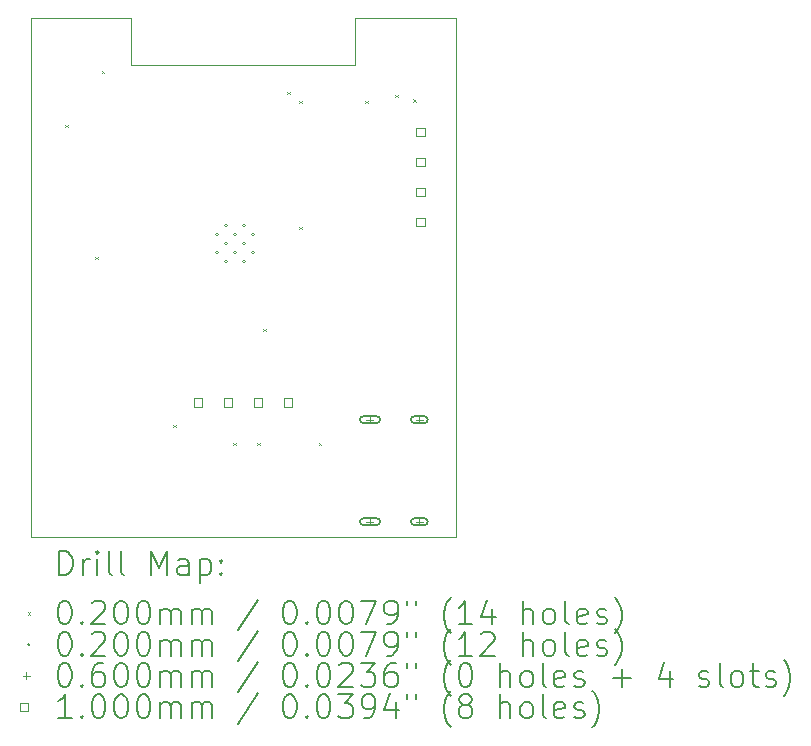
<source format=gbr>
%TF.GenerationSoftware,KiCad,Pcbnew,7.0.1-3b83917a11~172~ubuntu22.04.1*%
%TF.CreationDate,2023-04-18T10:02:11+02:00*%
%TF.ProjectId,part2,70617274-322e-46b6-9963-61645f706362,rev?*%
%TF.SameCoordinates,Original*%
%TF.FileFunction,Drillmap*%
%TF.FilePolarity,Positive*%
%FSLAX45Y45*%
G04 Gerber Fmt 4.5, Leading zero omitted, Abs format (unit mm)*
G04 Created by KiCad (PCBNEW 7.0.1-3b83917a11~172~ubuntu22.04.1) date 2023-04-18 10:02:11*
%MOMM*%
%LPD*%
G01*
G04 APERTURE LIST*
%ADD10C,0.100000*%
%ADD11C,0.200000*%
%ADD12C,0.020000*%
%ADD13C,0.060000*%
G04 APERTURE END LIST*
D10*
X12478200Y-7817400D02*
X13328200Y-7817400D01*
X13328200Y-7817400D02*
X13328200Y-8217400D01*
X16078200Y-12217400D02*
X16078200Y-7817400D01*
X13328200Y-8217400D02*
X15228200Y-8217400D01*
X12478200Y-7817400D02*
X12478200Y-12217400D01*
X15228200Y-7817400D02*
X16078200Y-7817400D01*
X15228200Y-8217400D02*
X15228200Y-7817400D01*
X12478200Y-12217400D02*
X16078200Y-12217400D01*
D11*
D12*
X12773000Y-8721800D02*
X12793000Y-8741800D01*
X12793000Y-8721800D02*
X12773000Y-8741800D01*
X13027000Y-9839400D02*
X13047000Y-9859400D01*
X13047000Y-9839400D02*
X13027000Y-9859400D01*
X13081150Y-8264600D02*
X13101150Y-8284600D01*
X13101150Y-8264600D02*
X13081150Y-8284600D01*
X13687400Y-11261800D02*
X13707400Y-11281800D01*
X13707400Y-11261800D02*
X13687400Y-11281800D01*
X14195400Y-11414200D02*
X14215400Y-11434200D01*
X14215400Y-11414200D02*
X14195400Y-11434200D01*
X14398600Y-11414200D02*
X14418600Y-11434200D01*
X14418600Y-11414200D02*
X14398600Y-11434200D01*
X14449400Y-10449000D02*
X14469400Y-10469000D01*
X14469400Y-10449000D02*
X14449400Y-10469000D01*
X14652600Y-8446150D02*
X14672600Y-8466150D01*
X14672600Y-8446150D02*
X14652600Y-8466150D01*
X14754200Y-8518600D02*
X14774200Y-8538600D01*
X14774200Y-8518600D02*
X14754200Y-8538600D01*
X14754200Y-9585400D02*
X14774200Y-9605400D01*
X14774200Y-9585400D02*
X14754200Y-9605400D01*
X14920357Y-11414250D02*
X14940357Y-11434250D01*
X14940357Y-11414250D02*
X14920357Y-11434250D01*
X15313000Y-8518600D02*
X15333000Y-8538600D01*
X15333000Y-8518600D02*
X15313000Y-8538600D01*
X15567000Y-8467800D02*
X15587000Y-8487800D01*
X15587000Y-8467800D02*
X15567000Y-8487800D01*
X15719400Y-8506950D02*
X15739400Y-8526950D01*
X15739400Y-8506950D02*
X15719400Y-8526950D01*
X14067050Y-9653750D02*
G75*
G03*
X14067050Y-9653750I-10000J0D01*
G01*
X14067050Y-9806250D02*
G75*
G03*
X14067050Y-9806250I-10000J0D01*
G01*
X14143300Y-9577500D02*
G75*
G03*
X14143300Y-9577500I-10000J0D01*
G01*
X14143300Y-9730000D02*
G75*
G03*
X14143300Y-9730000I-10000J0D01*
G01*
X14143300Y-9882500D02*
G75*
G03*
X14143300Y-9882500I-10000J0D01*
G01*
X14219550Y-9653750D02*
G75*
G03*
X14219550Y-9653750I-10000J0D01*
G01*
X14219550Y-9806250D02*
G75*
G03*
X14219550Y-9806250I-10000J0D01*
G01*
X14295800Y-9577500D02*
G75*
G03*
X14295800Y-9577500I-10000J0D01*
G01*
X14295800Y-9730000D02*
G75*
G03*
X14295800Y-9730000I-10000J0D01*
G01*
X14295800Y-9882500D02*
G75*
G03*
X14295800Y-9882500I-10000J0D01*
G01*
X14372050Y-9653750D02*
G75*
G03*
X14372050Y-9653750I-10000J0D01*
G01*
X14372050Y-9806250D02*
G75*
G03*
X14372050Y-9806250I-10000J0D01*
G01*
D13*
X15351550Y-11190600D02*
X15351550Y-11250600D01*
X15321550Y-11220600D02*
X15381550Y-11220600D01*
D11*
X15296550Y-11250600D02*
X15406550Y-11250600D01*
X15406550Y-11250600D02*
G75*
G03*
X15406550Y-11190600I0J30000D01*
G01*
X15406550Y-11190600D02*
X15296550Y-11190600D01*
X15296550Y-11190600D02*
G75*
G03*
X15296550Y-11250600I0J-30000D01*
G01*
D13*
X15351550Y-12054600D02*
X15351550Y-12114600D01*
X15321550Y-12084600D02*
X15381550Y-12084600D01*
D11*
X15296550Y-12114600D02*
X15406550Y-12114600D01*
X15406550Y-12114600D02*
G75*
G03*
X15406550Y-12054600I0J30000D01*
G01*
X15406550Y-12054600D02*
X15296550Y-12054600D01*
X15296550Y-12054600D02*
G75*
G03*
X15296550Y-12114600I0J-30000D01*
G01*
D13*
X15769550Y-11190600D02*
X15769550Y-11250600D01*
X15739550Y-11220600D02*
X15799550Y-11220600D01*
D11*
X15729550Y-11250600D02*
X15809550Y-11250600D01*
X15809550Y-11250600D02*
G75*
G03*
X15809550Y-11190600I0J30000D01*
G01*
X15809550Y-11190600D02*
X15729550Y-11190600D01*
X15729550Y-11190600D02*
G75*
G03*
X15729550Y-11250600I0J-30000D01*
G01*
D13*
X15769550Y-12054600D02*
X15769550Y-12114600D01*
X15739550Y-12084600D02*
X15799550Y-12084600D01*
D11*
X15729550Y-12114600D02*
X15809550Y-12114600D01*
X15809550Y-12114600D02*
G75*
G03*
X15809550Y-12054600I0J30000D01*
G01*
X15809550Y-12054600D02*
X15729550Y-12054600D01*
X15729550Y-12054600D02*
G75*
G03*
X15729550Y-12114600I0J-30000D01*
G01*
D10*
X13932906Y-11109556D02*
X13932906Y-11038844D01*
X13862194Y-11038844D01*
X13862194Y-11109556D01*
X13932906Y-11109556D01*
X14186906Y-11109556D02*
X14186906Y-11038844D01*
X14116194Y-11038844D01*
X14116194Y-11109556D01*
X14186906Y-11109556D01*
X14440906Y-11109556D02*
X14440906Y-11038844D01*
X14370194Y-11038844D01*
X14370194Y-11109556D01*
X14440906Y-11109556D01*
X14694906Y-11109556D02*
X14694906Y-11038844D01*
X14624194Y-11038844D01*
X14624194Y-11109556D01*
X14694906Y-11109556D01*
X15815556Y-8817956D02*
X15815556Y-8747244D01*
X15744844Y-8747244D01*
X15744844Y-8817956D01*
X15815556Y-8817956D01*
X15815556Y-9071956D02*
X15815556Y-9001244D01*
X15744844Y-9001244D01*
X15744844Y-9071956D01*
X15815556Y-9071956D01*
X15815556Y-9325956D02*
X15815556Y-9255244D01*
X15744844Y-9255244D01*
X15744844Y-9325956D01*
X15815556Y-9325956D01*
X15815556Y-9579956D02*
X15815556Y-9509244D01*
X15744844Y-9509244D01*
X15744844Y-9579956D01*
X15815556Y-9579956D01*
D11*
X12720819Y-12534924D02*
X12720819Y-12334924D01*
X12720819Y-12334924D02*
X12768438Y-12334924D01*
X12768438Y-12334924D02*
X12797009Y-12344448D01*
X12797009Y-12344448D02*
X12816057Y-12363495D01*
X12816057Y-12363495D02*
X12825581Y-12382543D01*
X12825581Y-12382543D02*
X12835105Y-12420638D01*
X12835105Y-12420638D02*
X12835105Y-12449209D01*
X12835105Y-12449209D02*
X12825581Y-12487305D01*
X12825581Y-12487305D02*
X12816057Y-12506352D01*
X12816057Y-12506352D02*
X12797009Y-12525400D01*
X12797009Y-12525400D02*
X12768438Y-12534924D01*
X12768438Y-12534924D02*
X12720819Y-12534924D01*
X12920819Y-12534924D02*
X12920819Y-12401590D01*
X12920819Y-12439686D02*
X12930343Y-12420638D01*
X12930343Y-12420638D02*
X12939867Y-12411114D01*
X12939867Y-12411114D02*
X12958914Y-12401590D01*
X12958914Y-12401590D02*
X12977962Y-12401590D01*
X13044628Y-12534924D02*
X13044628Y-12401590D01*
X13044628Y-12334924D02*
X13035105Y-12344448D01*
X13035105Y-12344448D02*
X13044628Y-12353971D01*
X13044628Y-12353971D02*
X13054152Y-12344448D01*
X13054152Y-12344448D02*
X13044628Y-12334924D01*
X13044628Y-12334924D02*
X13044628Y-12353971D01*
X13168438Y-12534924D02*
X13149390Y-12525400D01*
X13149390Y-12525400D02*
X13139867Y-12506352D01*
X13139867Y-12506352D02*
X13139867Y-12334924D01*
X13273200Y-12534924D02*
X13254152Y-12525400D01*
X13254152Y-12525400D02*
X13244628Y-12506352D01*
X13244628Y-12506352D02*
X13244628Y-12334924D01*
X13501771Y-12534924D02*
X13501771Y-12334924D01*
X13501771Y-12334924D02*
X13568438Y-12477781D01*
X13568438Y-12477781D02*
X13635105Y-12334924D01*
X13635105Y-12334924D02*
X13635105Y-12534924D01*
X13816057Y-12534924D02*
X13816057Y-12430162D01*
X13816057Y-12430162D02*
X13806533Y-12411114D01*
X13806533Y-12411114D02*
X13787486Y-12401590D01*
X13787486Y-12401590D02*
X13749390Y-12401590D01*
X13749390Y-12401590D02*
X13730343Y-12411114D01*
X13816057Y-12525400D02*
X13797009Y-12534924D01*
X13797009Y-12534924D02*
X13749390Y-12534924D01*
X13749390Y-12534924D02*
X13730343Y-12525400D01*
X13730343Y-12525400D02*
X13720819Y-12506352D01*
X13720819Y-12506352D02*
X13720819Y-12487305D01*
X13720819Y-12487305D02*
X13730343Y-12468257D01*
X13730343Y-12468257D02*
X13749390Y-12458733D01*
X13749390Y-12458733D02*
X13797009Y-12458733D01*
X13797009Y-12458733D02*
X13816057Y-12449209D01*
X13911295Y-12401590D02*
X13911295Y-12601590D01*
X13911295Y-12411114D02*
X13930343Y-12401590D01*
X13930343Y-12401590D02*
X13968438Y-12401590D01*
X13968438Y-12401590D02*
X13987486Y-12411114D01*
X13987486Y-12411114D02*
X13997009Y-12420638D01*
X13997009Y-12420638D02*
X14006533Y-12439686D01*
X14006533Y-12439686D02*
X14006533Y-12496828D01*
X14006533Y-12496828D02*
X13997009Y-12515876D01*
X13997009Y-12515876D02*
X13987486Y-12525400D01*
X13987486Y-12525400D02*
X13968438Y-12534924D01*
X13968438Y-12534924D02*
X13930343Y-12534924D01*
X13930343Y-12534924D02*
X13911295Y-12525400D01*
X14092248Y-12515876D02*
X14101771Y-12525400D01*
X14101771Y-12525400D02*
X14092248Y-12534924D01*
X14092248Y-12534924D02*
X14082724Y-12525400D01*
X14082724Y-12525400D02*
X14092248Y-12515876D01*
X14092248Y-12515876D02*
X14092248Y-12534924D01*
X14092248Y-12411114D02*
X14101771Y-12420638D01*
X14101771Y-12420638D02*
X14092248Y-12430162D01*
X14092248Y-12430162D02*
X14082724Y-12420638D01*
X14082724Y-12420638D02*
X14092248Y-12411114D01*
X14092248Y-12411114D02*
X14092248Y-12430162D01*
D12*
X12453200Y-12852400D02*
X12473200Y-12872400D01*
X12473200Y-12852400D02*
X12453200Y-12872400D01*
D11*
X12758914Y-12754924D02*
X12777962Y-12754924D01*
X12777962Y-12754924D02*
X12797009Y-12764448D01*
X12797009Y-12764448D02*
X12806533Y-12773971D01*
X12806533Y-12773971D02*
X12816057Y-12793019D01*
X12816057Y-12793019D02*
X12825581Y-12831114D01*
X12825581Y-12831114D02*
X12825581Y-12878733D01*
X12825581Y-12878733D02*
X12816057Y-12916828D01*
X12816057Y-12916828D02*
X12806533Y-12935876D01*
X12806533Y-12935876D02*
X12797009Y-12945400D01*
X12797009Y-12945400D02*
X12777962Y-12954924D01*
X12777962Y-12954924D02*
X12758914Y-12954924D01*
X12758914Y-12954924D02*
X12739867Y-12945400D01*
X12739867Y-12945400D02*
X12730343Y-12935876D01*
X12730343Y-12935876D02*
X12720819Y-12916828D01*
X12720819Y-12916828D02*
X12711295Y-12878733D01*
X12711295Y-12878733D02*
X12711295Y-12831114D01*
X12711295Y-12831114D02*
X12720819Y-12793019D01*
X12720819Y-12793019D02*
X12730343Y-12773971D01*
X12730343Y-12773971D02*
X12739867Y-12764448D01*
X12739867Y-12764448D02*
X12758914Y-12754924D01*
X12911295Y-12935876D02*
X12920819Y-12945400D01*
X12920819Y-12945400D02*
X12911295Y-12954924D01*
X12911295Y-12954924D02*
X12901771Y-12945400D01*
X12901771Y-12945400D02*
X12911295Y-12935876D01*
X12911295Y-12935876D02*
X12911295Y-12954924D01*
X12997009Y-12773971D02*
X13006533Y-12764448D01*
X13006533Y-12764448D02*
X13025581Y-12754924D01*
X13025581Y-12754924D02*
X13073200Y-12754924D01*
X13073200Y-12754924D02*
X13092248Y-12764448D01*
X13092248Y-12764448D02*
X13101771Y-12773971D01*
X13101771Y-12773971D02*
X13111295Y-12793019D01*
X13111295Y-12793019D02*
X13111295Y-12812067D01*
X13111295Y-12812067D02*
X13101771Y-12840638D01*
X13101771Y-12840638D02*
X12987486Y-12954924D01*
X12987486Y-12954924D02*
X13111295Y-12954924D01*
X13235105Y-12754924D02*
X13254152Y-12754924D01*
X13254152Y-12754924D02*
X13273200Y-12764448D01*
X13273200Y-12764448D02*
X13282724Y-12773971D01*
X13282724Y-12773971D02*
X13292248Y-12793019D01*
X13292248Y-12793019D02*
X13301771Y-12831114D01*
X13301771Y-12831114D02*
X13301771Y-12878733D01*
X13301771Y-12878733D02*
X13292248Y-12916828D01*
X13292248Y-12916828D02*
X13282724Y-12935876D01*
X13282724Y-12935876D02*
X13273200Y-12945400D01*
X13273200Y-12945400D02*
X13254152Y-12954924D01*
X13254152Y-12954924D02*
X13235105Y-12954924D01*
X13235105Y-12954924D02*
X13216057Y-12945400D01*
X13216057Y-12945400D02*
X13206533Y-12935876D01*
X13206533Y-12935876D02*
X13197009Y-12916828D01*
X13197009Y-12916828D02*
X13187486Y-12878733D01*
X13187486Y-12878733D02*
X13187486Y-12831114D01*
X13187486Y-12831114D02*
X13197009Y-12793019D01*
X13197009Y-12793019D02*
X13206533Y-12773971D01*
X13206533Y-12773971D02*
X13216057Y-12764448D01*
X13216057Y-12764448D02*
X13235105Y-12754924D01*
X13425581Y-12754924D02*
X13444629Y-12754924D01*
X13444629Y-12754924D02*
X13463676Y-12764448D01*
X13463676Y-12764448D02*
X13473200Y-12773971D01*
X13473200Y-12773971D02*
X13482724Y-12793019D01*
X13482724Y-12793019D02*
X13492248Y-12831114D01*
X13492248Y-12831114D02*
X13492248Y-12878733D01*
X13492248Y-12878733D02*
X13482724Y-12916828D01*
X13482724Y-12916828D02*
X13473200Y-12935876D01*
X13473200Y-12935876D02*
X13463676Y-12945400D01*
X13463676Y-12945400D02*
X13444629Y-12954924D01*
X13444629Y-12954924D02*
X13425581Y-12954924D01*
X13425581Y-12954924D02*
X13406533Y-12945400D01*
X13406533Y-12945400D02*
X13397009Y-12935876D01*
X13397009Y-12935876D02*
X13387486Y-12916828D01*
X13387486Y-12916828D02*
X13377962Y-12878733D01*
X13377962Y-12878733D02*
X13377962Y-12831114D01*
X13377962Y-12831114D02*
X13387486Y-12793019D01*
X13387486Y-12793019D02*
X13397009Y-12773971D01*
X13397009Y-12773971D02*
X13406533Y-12764448D01*
X13406533Y-12764448D02*
X13425581Y-12754924D01*
X13577962Y-12954924D02*
X13577962Y-12821590D01*
X13577962Y-12840638D02*
X13587486Y-12831114D01*
X13587486Y-12831114D02*
X13606533Y-12821590D01*
X13606533Y-12821590D02*
X13635105Y-12821590D01*
X13635105Y-12821590D02*
X13654152Y-12831114D01*
X13654152Y-12831114D02*
X13663676Y-12850162D01*
X13663676Y-12850162D02*
X13663676Y-12954924D01*
X13663676Y-12850162D02*
X13673200Y-12831114D01*
X13673200Y-12831114D02*
X13692248Y-12821590D01*
X13692248Y-12821590D02*
X13720819Y-12821590D01*
X13720819Y-12821590D02*
X13739867Y-12831114D01*
X13739867Y-12831114D02*
X13749390Y-12850162D01*
X13749390Y-12850162D02*
X13749390Y-12954924D01*
X13844629Y-12954924D02*
X13844629Y-12821590D01*
X13844629Y-12840638D02*
X13854152Y-12831114D01*
X13854152Y-12831114D02*
X13873200Y-12821590D01*
X13873200Y-12821590D02*
X13901771Y-12821590D01*
X13901771Y-12821590D02*
X13920819Y-12831114D01*
X13920819Y-12831114D02*
X13930343Y-12850162D01*
X13930343Y-12850162D02*
X13930343Y-12954924D01*
X13930343Y-12850162D02*
X13939867Y-12831114D01*
X13939867Y-12831114D02*
X13958914Y-12821590D01*
X13958914Y-12821590D02*
X13987486Y-12821590D01*
X13987486Y-12821590D02*
X14006533Y-12831114D01*
X14006533Y-12831114D02*
X14016057Y-12850162D01*
X14016057Y-12850162D02*
X14016057Y-12954924D01*
X14406533Y-12745400D02*
X14235105Y-13002543D01*
X14663676Y-12754924D02*
X14682724Y-12754924D01*
X14682724Y-12754924D02*
X14701772Y-12764448D01*
X14701772Y-12764448D02*
X14711295Y-12773971D01*
X14711295Y-12773971D02*
X14720819Y-12793019D01*
X14720819Y-12793019D02*
X14730343Y-12831114D01*
X14730343Y-12831114D02*
X14730343Y-12878733D01*
X14730343Y-12878733D02*
X14720819Y-12916828D01*
X14720819Y-12916828D02*
X14711295Y-12935876D01*
X14711295Y-12935876D02*
X14701772Y-12945400D01*
X14701772Y-12945400D02*
X14682724Y-12954924D01*
X14682724Y-12954924D02*
X14663676Y-12954924D01*
X14663676Y-12954924D02*
X14644629Y-12945400D01*
X14644629Y-12945400D02*
X14635105Y-12935876D01*
X14635105Y-12935876D02*
X14625581Y-12916828D01*
X14625581Y-12916828D02*
X14616057Y-12878733D01*
X14616057Y-12878733D02*
X14616057Y-12831114D01*
X14616057Y-12831114D02*
X14625581Y-12793019D01*
X14625581Y-12793019D02*
X14635105Y-12773971D01*
X14635105Y-12773971D02*
X14644629Y-12764448D01*
X14644629Y-12764448D02*
X14663676Y-12754924D01*
X14816057Y-12935876D02*
X14825581Y-12945400D01*
X14825581Y-12945400D02*
X14816057Y-12954924D01*
X14816057Y-12954924D02*
X14806533Y-12945400D01*
X14806533Y-12945400D02*
X14816057Y-12935876D01*
X14816057Y-12935876D02*
X14816057Y-12954924D01*
X14949391Y-12754924D02*
X14968438Y-12754924D01*
X14968438Y-12754924D02*
X14987486Y-12764448D01*
X14987486Y-12764448D02*
X14997010Y-12773971D01*
X14997010Y-12773971D02*
X15006533Y-12793019D01*
X15006533Y-12793019D02*
X15016057Y-12831114D01*
X15016057Y-12831114D02*
X15016057Y-12878733D01*
X15016057Y-12878733D02*
X15006533Y-12916828D01*
X15006533Y-12916828D02*
X14997010Y-12935876D01*
X14997010Y-12935876D02*
X14987486Y-12945400D01*
X14987486Y-12945400D02*
X14968438Y-12954924D01*
X14968438Y-12954924D02*
X14949391Y-12954924D01*
X14949391Y-12954924D02*
X14930343Y-12945400D01*
X14930343Y-12945400D02*
X14920819Y-12935876D01*
X14920819Y-12935876D02*
X14911295Y-12916828D01*
X14911295Y-12916828D02*
X14901772Y-12878733D01*
X14901772Y-12878733D02*
X14901772Y-12831114D01*
X14901772Y-12831114D02*
X14911295Y-12793019D01*
X14911295Y-12793019D02*
X14920819Y-12773971D01*
X14920819Y-12773971D02*
X14930343Y-12764448D01*
X14930343Y-12764448D02*
X14949391Y-12754924D01*
X15139867Y-12754924D02*
X15158914Y-12754924D01*
X15158914Y-12754924D02*
X15177962Y-12764448D01*
X15177962Y-12764448D02*
X15187486Y-12773971D01*
X15187486Y-12773971D02*
X15197010Y-12793019D01*
X15197010Y-12793019D02*
X15206533Y-12831114D01*
X15206533Y-12831114D02*
X15206533Y-12878733D01*
X15206533Y-12878733D02*
X15197010Y-12916828D01*
X15197010Y-12916828D02*
X15187486Y-12935876D01*
X15187486Y-12935876D02*
X15177962Y-12945400D01*
X15177962Y-12945400D02*
X15158914Y-12954924D01*
X15158914Y-12954924D02*
X15139867Y-12954924D01*
X15139867Y-12954924D02*
X15120819Y-12945400D01*
X15120819Y-12945400D02*
X15111295Y-12935876D01*
X15111295Y-12935876D02*
X15101772Y-12916828D01*
X15101772Y-12916828D02*
X15092248Y-12878733D01*
X15092248Y-12878733D02*
X15092248Y-12831114D01*
X15092248Y-12831114D02*
X15101772Y-12793019D01*
X15101772Y-12793019D02*
X15111295Y-12773971D01*
X15111295Y-12773971D02*
X15120819Y-12764448D01*
X15120819Y-12764448D02*
X15139867Y-12754924D01*
X15273200Y-12754924D02*
X15406533Y-12754924D01*
X15406533Y-12754924D02*
X15320819Y-12954924D01*
X15492248Y-12954924D02*
X15530343Y-12954924D01*
X15530343Y-12954924D02*
X15549391Y-12945400D01*
X15549391Y-12945400D02*
X15558914Y-12935876D01*
X15558914Y-12935876D02*
X15577962Y-12907305D01*
X15577962Y-12907305D02*
X15587486Y-12869209D01*
X15587486Y-12869209D02*
X15587486Y-12793019D01*
X15587486Y-12793019D02*
X15577962Y-12773971D01*
X15577962Y-12773971D02*
X15568438Y-12764448D01*
X15568438Y-12764448D02*
X15549391Y-12754924D01*
X15549391Y-12754924D02*
X15511295Y-12754924D01*
X15511295Y-12754924D02*
X15492248Y-12764448D01*
X15492248Y-12764448D02*
X15482724Y-12773971D01*
X15482724Y-12773971D02*
X15473200Y-12793019D01*
X15473200Y-12793019D02*
X15473200Y-12840638D01*
X15473200Y-12840638D02*
X15482724Y-12859686D01*
X15482724Y-12859686D02*
X15492248Y-12869209D01*
X15492248Y-12869209D02*
X15511295Y-12878733D01*
X15511295Y-12878733D02*
X15549391Y-12878733D01*
X15549391Y-12878733D02*
X15568438Y-12869209D01*
X15568438Y-12869209D02*
X15577962Y-12859686D01*
X15577962Y-12859686D02*
X15587486Y-12840638D01*
X15663676Y-12754924D02*
X15663676Y-12793019D01*
X15739867Y-12754924D02*
X15739867Y-12793019D01*
X16035105Y-13031114D02*
X16025581Y-13021590D01*
X16025581Y-13021590D02*
X16006534Y-12993019D01*
X16006534Y-12993019D02*
X15997010Y-12973971D01*
X15997010Y-12973971D02*
X15987486Y-12945400D01*
X15987486Y-12945400D02*
X15977962Y-12897781D01*
X15977962Y-12897781D02*
X15977962Y-12859686D01*
X15977962Y-12859686D02*
X15987486Y-12812067D01*
X15987486Y-12812067D02*
X15997010Y-12783495D01*
X15997010Y-12783495D02*
X16006534Y-12764448D01*
X16006534Y-12764448D02*
X16025581Y-12735876D01*
X16025581Y-12735876D02*
X16035105Y-12726352D01*
X16216057Y-12954924D02*
X16101772Y-12954924D01*
X16158914Y-12954924D02*
X16158914Y-12754924D01*
X16158914Y-12754924D02*
X16139867Y-12783495D01*
X16139867Y-12783495D02*
X16120819Y-12802543D01*
X16120819Y-12802543D02*
X16101772Y-12812067D01*
X16387486Y-12821590D02*
X16387486Y-12954924D01*
X16339867Y-12745400D02*
X16292248Y-12888257D01*
X16292248Y-12888257D02*
X16416057Y-12888257D01*
X16644629Y-12954924D02*
X16644629Y-12754924D01*
X16730343Y-12954924D02*
X16730343Y-12850162D01*
X16730343Y-12850162D02*
X16720819Y-12831114D01*
X16720819Y-12831114D02*
X16701772Y-12821590D01*
X16701772Y-12821590D02*
X16673200Y-12821590D01*
X16673200Y-12821590D02*
X16654153Y-12831114D01*
X16654153Y-12831114D02*
X16644629Y-12840638D01*
X16854153Y-12954924D02*
X16835105Y-12945400D01*
X16835105Y-12945400D02*
X16825581Y-12935876D01*
X16825581Y-12935876D02*
X16816058Y-12916828D01*
X16816058Y-12916828D02*
X16816058Y-12859686D01*
X16816058Y-12859686D02*
X16825581Y-12840638D01*
X16825581Y-12840638D02*
X16835105Y-12831114D01*
X16835105Y-12831114D02*
X16854153Y-12821590D01*
X16854153Y-12821590D02*
X16882724Y-12821590D01*
X16882724Y-12821590D02*
X16901772Y-12831114D01*
X16901772Y-12831114D02*
X16911296Y-12840638D01*
X16911296Y-12840638D02*
X16920819Y-12859686D01*
X16920819Y-12859686D02*
X16920819Y-12916828D01*
X16920819Y-12916828D02*
X16911296Y-12935876D01*
X16911296Y-12935876D02*
X16901772Y-12945400D01*
X16901772Y-12945400D02*
X16882724Y-12954924D01*
X16882724Y-12954924D02*
X16854153Y-12954924D01*
X17035105Y-12954924D02*
X17016058Y-12945400D01*
X17016058Y-12945400D02*
X17006534Y-12926352D01*
X17006534Y-12926352D02*
X17006534Y-12754924D01*
X17187486Y-12945400D02*
X17168439Y-12954924D01*
X17168439Y-12954924D02*
X17130343Y-12954924D01*
X17130343Y-12954924D02*
X17111296Y-12945400D01*
X17111296Y-12945400D02*
X17101772Y-12926352D01*
X17101772Y-12926352D02*
X17101772Y-12850162D01*
X17101772Y-12850162D02*
X17111296Y-12831114D01*
X17111296Y-12831114D02*
X17130343Y-12821590D01*
X17130343Y-12821590D02*
X17168439Y-12821590D01*
X17168439Y-12821590D02*
X17187486Y-12831114D01*
X17187486Y-12831114D02*
X17197010Y-12850162D01*
X17197010Y-12850162D02*
X17197010Y-12869209D01*
X17197010Y-12869209D02*
X17101772Y-12888257D01*
X17273200Y-12945400D02*
X17292248Y-12954924D01*
X17292248Y-12954924D02*
X17330343Y-12954924D01*
X17330343Y-12954924D02*
X17349391Y-12945400D01*
X17349391Y-12945400D02*
X17358915Y-12926352D01*
X17358915Y-12926352D02*
X17358915Y-12916828D01*
X17358915Y-12916828D02*
X17349391Y-12897781D01*
X17349391Y-12897781D02*
X17330343Y-12888257D01*
X17330343Y-12888257D02*
X17301772Y-12888257D01*
X17301772Y-12888257D02*
X17282724Y-12878733D01*
X17282724Y-12878733D02*
X17273200Y-12859686D01*
X17273200Y-12859686D02*
X17273200Y-12850162D01*
X17273200Y-12850162D02*
X17282724Y-12831114D01*
X17282724Y-12831114D02*
X17301772Y-12821590D01*
X17301772Y-12821590D02*
X17330343Y-12821590D01*
X17330343Y-12821590D02*
X17349391Y-12831114D01*
X17425581Y-13031114D02*
X17435105Y-13021590D01*
X17435105Y-13021590D02*
X17454153Y-12993019D01*
X17454153Y-12993019D02*
X17463677Y-12973971D01*
X17463677Y-12973971D02*
X17473200Y-12945400D01*
X17473200Y-12945400D02*
X17482724Y-12897781D01*
X17482724Y-12897781D02*
X17482724Y-12859686D01*
X17482724Y-12859686D02*
X17473200Y-12812067D01*
X17473200Y-12812067D02*
X17463677Y-12783495D01*
X17463677Y-12783495D02*
X17454153Y-12764448D01*
X17454153Y-12764448D02*
X17435105Y-12735876D01*
X17435105Y-12735876D02*
X17425581Y-12726352D01*
D12*
X12473200Y-13126400D02*
G75*
G03*
X12473200Y-13126400I-10000J0D01*
G01*
D11*
X12758914Y-13018924D02*
X12777962Y-13018924D01*
X12777962Y-13018924D02*
X12797009Y-13028448D01*
X12797009Y-13028448D02*
X12806533Y-13037971D01*
X12806533Y-13037971D02*
X12816057Y-13057019D01*
X12816057Y-13057019D02*
X12825581Y-13095114D01*
X12825581Y-13095114D02*
X12825581Y-13142733D01*
X12825581Y-13142733D02*
X12816057Y-13180828D01*
X12816057Y-13180828D02*
X12806533Y-13199876D01*
X12806533Y-13199876D02*
X12797009Y-13209400D01*
X12797009Y-13209400D02*
X12777962Y-13218924D01*
X12777962Y-13218924D02*
X12758914Y-13218924D01*
X12758914Y-13218924D02*
X12739867Y-13209400D01*
X12739867Y-13209400D02*
X12730343Y-13199876D01*
X12730343Y-13199876D02*
X12720819Y-13180828D01*
X12720819Y-13180828D02*
X12711295Y-13142733D01*
X12711295Y-13142733D02*
X12711295Y-13095114D01*
X12711295Y-13095114D02*
X12720819Y-13057019D01*
X12720819Y-13057019D02*
X12730343Y-13037971D01*
X12730343Y-13037971D02*
X12739867Y-13028448D01*
X12739867Y-13028448D02*
X12758914Y-13018924D01*
X12911295Y-13199876D02*
X12920819Y-13209400D01*
X12920819Y-13209400D02*
X12911295Y-13218924D01*
X12911295Y-13218924D02*
X12901771Y-13209400D01*
X12901771Y-13209400D02*
X12911295Y-13199876D01*
X12911295Y-13199876D02*
X12911295Y-13218924D01*
X12997009Y-13037971D02*
X13006533Y-13028448D01*
X13006533Y-13028448D02*
X13025581Y-13018924D01*
X13025581Y-13018924D02*
X13073200Y-13018924D01*
X13073200Y-13018924D02*
X13092248Y-13028448D01*
X13092248Y-13028448D02*
X13101771Y-13037971D01*
X13101771Y-13037971D02*
X13111295Y-13057019D01*
X13111295Y-13057019D02*
X13111295Y-13076067D01*
X13111295Y-13076067D02*
X13101771Y-13104638D01*
X13101771Y-13104638D02*
X12987486Y-13218924D01*
X12987486Y-13218924D02*
X13111295Y-13218924D01*
X13235105Y-13018924D02*
X13254152Y-13018924D01*
X13254152Y-13018924D02*
X13273200Y-13028448D01*
X13273200Y-13028448D02*
X13282724Y-13037971D01*
X13282724Y-13037971D02*
X13292248Y-13057019D01*
X13292248Y-13057019D02*
X13301771Y-13095114D01*
X13301771Y-13095114D02*
X13301771Y-13142733D01*
X13301771Y-13142733D02*
X13292248Y-13180828D01*
X13292248Y-13180828D02*
X13282724Y-13199876D01*
X13282724Y-13199876D02*
X13273200Y-13209400D01*
X13273200Y-13209400D02*
X13254152Y-13218924D01*
X13254152Y-13218924D02*
X13235105Y-13218924D01*
X13235105Y-13218924D02*
X13216057Y-13209400D01*
X13216057Y-13209400D02*
X13206533Y-13199876D01*
X13206533Y-13199876D02*
X13197009Y-13180828D01*
X13197009Y-13180828D02*
X13187486Y-13142733D01*
X13187486Y-13142733D02*
X13187486Y-13095114D01*
X13187486Y-13095114D02*
X13197009Y-13057019D01*
X13197009Y-13057019D02*
X13206533Y-13037971D01*
X13206533Y-13037971D02*
X13216057Y-13028448D01*
X13216057Y-13028448D02*
X13235105Y-13018924D01*
X13425581Y-13018924D02*
X13444629Y-13018924D01*
X13444629Y-13018924D02*
X13463676Y-13028448D01*
X13463676Y-13028448D02*
X13473200Y-13037971D01*
X13473200Y-13037971D02*
X13482724Y-13057019D01*
X13482724Y-13057019D02*
X13492248Y-13095114D01*
X13492248Y-13095114D02*
X13492248Y-13142733D01*
X13492248Y-13142733D02*
X13482724Y-13180828D01*
X13482724Y-13180828D02*
X13473200Y-13199876D01*
X13473200Y-13199876D02*
X13463676Y-13209400D01*
X13463676Y-13209400D02*
X13444629Y-13218924D01*
X13444629Y-13218924D02*
X13425581Y-13218924D01*
X13425581Y-13218924D02*
X13406533Y-13209400D01*
X13406533Y-13209400D02*
X13397009Y-13199876D01*
X13397009Y-13199876D02*
X13387486Y-13180828D01*
X13387486Y-13180828D02*
X13377962Y-13142733D01*
X13377962Y-13142733D02*
X13377962Y-13095114D01*
X13377962Y-13095114D02*
X13387486Y-13057019D01*
X13387486Y-13057019D02*
X13397009Y-13037971D01*
X13397009Y-13037971D02*
X13406533Y-13028448D01*
X13406533Y-13028448D02*
X13425581Y-13018924D01*
X13577962Y-13218924D02*
X13577962Y-13085590D01*
X13577962Y-13104638D02*
X13587486Y-13095114D01*
X13587486Y-13095114D02*
X13606533Y-13085590D01*
X13606533Y-13085590D02*
X13635105Y-13085590D01*
X13635105Y-13085590D02*
X13654152Y-13095114D01*
X13654152Y-13095114D02*
X13663676Y-13114162D01*
X13663676Y-13114162D02*
X13663676Y-13218924D01*
X13663676Y-13114162D02*
X13673200Y-13095114D01*
X13673200Y-13095114D02*
X13692248Y-13085590D01*
X13692248Y-13085590D02*
X13720819Y-13085590D01*
X13720819Y-13085590D02*
X13739867Y-13095114D01*
X13739867Y-13095114D02*
X13749390Y-13114162D01*
X13749390Y-13114162D02*
X13749390Y-13218924D01*
X13844629Y-13218924D02*
X13844629Y-13085590D01*
X13844629Y-13104638D02*
X13854152Y-13095114D01*
X13854152Y-13095114D02*
X13873200Y-13085590D01*
X13873200Y-13085590D02*
X13901771Y-13085590D01*
X13901771Y-13085590D02*
X13920819Y-13095114D01*
X13920819Y-13095114D02*
X13930343Y-13114162D01*
X13930343Y-13114162D02*
X13930343Y-13218924D01*
X13930343Y-13114162D02*
X13939867Y-13095114D01*
X13939867Y-13095114D02*
X13958914Y-13085590D01*
X13958914Y-13085590D02*
X13987486Y-13085590D01*
X13987486Y-13085590D02*
X14006533Y-13095114D01*
X14006533Y-13095114D02*
X14016057Y-13114162D01*
X14016057Y-13114162D02*
X14016057Y-13218924D01*
X14406533Y-13009400D02*
X14235105Y-13266543D01*
X14663676Y-13018924D02*
X14682724Y-13018924D01*
X14682724Y-13018924D02*
X14701772Y-13028448D01*
X14701772Y-13028448D02*
X14711295Y-13037971D01*
X14711295Y-13037971D02*
X14720819Y-13057019D01*
X14720819Y-13057019D02*
X14730343Y-13095114D01*
X14730343Y-13095114D02*
X14730343Y-13142733D01*
X14730343Y-13142733D02*
X14720819Y-13180828D01*
X14720819Y-13180828D02*
X14711295Y-13199876D01*
X14711295Y-13199876D02*
X14701772Y-13209400D01*
X14701772Y-13209400D02*
X14682724Y-13218924D01*
X14682724Y-13218924D02*
X14663676Y-13218924D01*
X14663676Y-13218924D02*
X14644629Y-13209400D01*
X14644629Y-13209400D02*
X14635105Y-13199876D01*
X14635105Y-13199876D02*
X14625581Y-13180828D01*
X14625581Y-13180828D02*
X14616057Y-13142733D01*
X14616057Y-13142733D02*
X14616057Y-13095114D01*
X14616057Y-13095114D02*
X14625581Y-13057019D01*
X14625581Y-13057019D02*
X14635105Y-13037971D01*
X14635105Y-13037971D02*
X14644629Y-13028448D01*
X14644629Y-13028448D02*
X14663676Y-13018924D01*
X14816057Y-13199876D02*
X14825581Y-13209400D01*
X14825581Y-13209400D02*
X14816057Y-13218924D01*
X14816057Y-13218924D02*
X14806533Y-13209400D01*
X14806533Y-13209400D02*
X14816057Y-13199876D01*
X14816057Y-13199876D02*
X14816057Y-13218924D01*
X14949391Y-13018924D02*
X14968438Y-13018924D01*
X14968438Y-13018924D02*
X14987486Y-13028448D01*
X14987486Y-13028448D02*
X14997010Y-13037971D01*
X14997010Y-13037971D02*
X15006533Y-13057019D01*
X15006533Y-13057019D02*
X15016057Y-13095114D01*
X15016057Y-13095114D02*
X15016057Y-13142733D01*
X15016057Y-13142733D02*
X15006533Y-13180828D01*
X15006533Y-13180828D02*
X14997010Y-13199876D01*
X14997010Y-13199876D02*
X14987486Y-13209400D01*
X14987486Y-13209400D02*
X14968438Y-13218924D01*
X14968438Y-13218924D02*
X14949391Y-13218924D01*
X14949391Y-13218924D02*
X14930343Y-13209400D01*
X14930343Y-13209400D02*
X14920819Y-13199876D01*
X14920819Y-13199876D02*
X14911295Y-13180828D01*
X14911295Y-13180828D02*
X14901772Y-13142733D01*
X14901772Y-13142733D02*
X14901772Y-13095114D01*
X14901772Y-13095114D02*
X14911295Y-13057019D01*
X14911295Y-13057019D02*
X14920819Y-13037971D01*
X14920819Y-13037971D02*
X14930343Y-13028448D01*
X14930343Y-13028448D02*
X14949391Y-13018924D01*
X15139867Y-13018924D02*
X15158914Y-13018924D01*
X15158914Y-13018924D02*
X15177962Y-13028448D01*
X15177962Y-13028448D02*
X15187486Y-13037971D01*
X15187486Y-13037971D02*
X15197010Y-13057019D01*
X15197010Y-13057019D02*
X15206533Y-13095114D01*
X15206533Y-13095114D02*
X15206533Y-13142733D01*
X15206533Y-13142733D02*
X15197010Y-13180828D01*
X15197010Y-13180828D02*
X15187486Y-13199876D01*
X15187486Y-13199876D02*
X15177962Y-13209400D01*
X15177962Y-13209400D02*
X15158914Y-13218924D01*
X15158914Y-13218924D02*
X15139867Y-13218924D01*
X15139867Y-13218924D02*
X15120819Y-13209400D01*
X15120819Y-13209400D02*
X15111295Y-13199876D01*
X15111295Y-13199876D02*
X15101772Y-13180828D01*
X15101772Y-13180828D02*
X15092248Y-13142733D01*
X15092248Y-13142733D02*
X15092248Y-13095114D01*
X15092248Y-13095114D02*
X15101772Y-13057019D01*
X15101772Y-13057019D02*
X15111295Y-13037971D01*
X15111295Y-13037971D02*
X15120819Y-13028448D01*
X15120819Y-13028448D02*
X15139867Y-13018924D01*
X15273200Y-13018924D02*
X15406533Y-13018924D01*
X15406533Y-13018924D02*
X15320819Y-13218924D01*
X15492248Y-13218924D02*
X15530343Y-13218924D01*
X15530343Y-13218924D02*
X15549391Y-13209400D01*
X15549391Y-13209400D02*
X15558914Y-13199876D01*
X15558914Y-13199876D02*
X15577962Y-13171305D01*
X15577962Y-13171305D02*
X15587486Y-13133209D01*
X15587486Y-13133209D02*
X15587486Y-13057019D01*
X15587486Y-13057019D02*
X15577962Y-13037971D01*
X15577962Y-13037971D02*
X15568438Y-13028448D01*
X15568438Y-13028448D02*
X15549391Y-13018924D01*
X15549391Y-13018924D02*
X15511295Y-13018924D01*
X15511295Y-13018924D02*
X15492248Y-13028448D01*
X15492248Y-13028448D02*
X15482724Y-13037971D01*
X15482724Y-13037971D02*
X15473200Y-13057019D01*
X15473200Y-13057019D02*
X15473200Y-13104638D01*
X15473200Y-13104638D02*
X15482724Y-13123686D01*
X15482724Y-13123686D02*
X15492248Y-13133209D01*
X15492248Y-13133209D02*
X15511295Y-13142733D01*
X15511295Y-13142733D02*
X15549391Y-13142733D01*
X15549391Y-13142733D02*
X15568438Y-13133209D01*
X15568438Y-13133209D02*
X15577962Y-13123686D01*
X15577962Y-13123686D02*
X15587486Y-13104638D01*
X15663676Y-13018924D02*
X15663676Y-13057019D01*
X15739867Y-13018924D02*
X15739867Y-13057019D01*
X16035105Y-13295114D02*
X16025581Y-13285590D01*
X16025581Y-13285590D02*
X16006534Y-13257019D01*
X16006534Y-13257019D02*
X15997010Y-13237971D01*
X15997010Y-13237971D02*
X15987486Y-13209400D01*
X15987486Y-13209400D02*
X15977962Y-13161781D01*
X15977962Y-13161781D02*
X15977962Y-13123686D01*
X15977962Y-13123686D02*
X15987486Y-13076067D01*
X15987486Y-13076067D02*
X15997010Y-13047495D01*
X15997010Y-13047495D02*
X16006534Y-13028448D01*
X16006534Y-13028448D02*
X16025581Y-12999876D01*
X16025581Y-12999876D02*
X16035105Y-12990352D01*
X16216057Y-13218924D02*
X16101772Y-13218924D01*
X16158914Y-13218924D02*
X16158914Y-13018924D01*
X16158914Y-13018924D02*
X16139867Y-13047495D01*
X16139867Y-13047495D02*
X16120819Y-13066543D01*
X16120819Y-13066543D02*
X16101772Y-13076067D01*
X16292248Y-13037971D02*
X16301772Y-13028448D01*
X16301772Y-13028448D02*
X16320819Y-13018924D01*
X16320819Y-13018924D02*
X16368438Y-13018924D01*
X16368438Y-13018924D02*
X16387486Y-13028448D01*
X16387486Y-13028448D02*
X16397010Y-13037971D01*
X16397010Y-13037971D02*
X16406534Y-13057019D01*
X16406534Y-13057019D02*
X16406534Y-13076067D01*
X16406534Y-13076067D02*
X16397010Y-13104638D01*
X16397010Y-13104638D02*
X16282724Y-13218924D01*
X16282724Y-13218924D02*
X16406534Y-13218924D01*
X16644629Y-13218924D02*
X16644629Y-13018924D01*
X16730343Y-13218924D02*
X16730343Y-13114162D01*
X16730343Y-13114162D02*
X16720819Y-13095114D01*
X16720819Y-13095114D02*
X16701772Y-13085590D01*
X16701772Y-13085590D02*
X16673200Y-13085590D01*
X16673200Y-13085590D02*
X16654153Y-13095114D01*
X16654153Y-13095114D02*
X16644629Y-13104638D01*
X16854153Y-13218924D02*
X16835105Y-13209400D01*
X16835105Y-13209400D02*
X16825581Y-13199876D01*
X16825581Y-13199876D02*
X16816058Y-13180828D01*
X16816058Y-13180828D02*
X16816058Y-13123686D01*
X16816058Y-13123686D02*
X16825581Y-13104638D01*
X16825581Y-13104638D02*
X16835105Y-13095114D01*
X16835105Y-13095114D02*
X16854153Y-13085590D01*
X16854153Y-13085590D02*
X16882724Y-13085590D01*
X16882724Y-13085590D02*
X16901772Y-13095114D01*
X16901772Y-13095114D02*
X16911296Y-13104638D01*
X16911296Y-13104638D02*
X16920819Y-13123686D01*
X16920819Y-13123686D02*
X16920819Y-13180828D01*
X16920819Y-13180828D02*
X16911296Y-13199876D01*
X16911296Y-13199876D02*
X16901772Y-13209400D01*
X16901772Y-13209400D02*
X16882724Y-13218924D01*
X16882724Y-13218924D02*
X16854153Y-13218924D01*
X17035105Y-13218924D02*
X17016058Y-13209400D01*
X17016058Y-13209400D02*
X17006534Y-13190352D01*
X17006534Y-13190352D02*
X17006534Y-13018924D01*
X17187486Y-13209400D02*
X17168439Y-13218924D01*
X17168439Y-13218924D02*
X17130343Y-13218924D01*
X17130343Y-13218924D02*
X17111296Y-13209400D01*
X17111296Y-13209400D02*
X17101772Y-13190352D01*
X17101772Y-13190352D02*
X17101772Y-13114162D01*
X17101772Y-13114162D02*
X17111296Y-13095114D01*
X17111296Y-13095114D02*
X17130343Y-13085590D01*
X17130343Y-13085590D02*
X17168439Y-13085590D01*
X17168439Y-13085590D02*
X17187486Y-13095114D01*
X17187486Y-13095114D02*
X17197010Y-13114162D01*
X17197010Y-13114162D02*
X17197010Y-13133209D01*
X17197010Y-13133209D02*
X17101772Y-13152257D01*
X17273200Y-13209400D02*
X17292248Y-13218924D01*
X17292248Y-13218924D02*
X17330343Y-13218924D01*
X17330343Y-13218924D02*
X17349391Y-13209400D01*
X17349391Y-13209400D02*
X17358915Y-13190352D01*
X17358915Y-13190352D02*
X17358915Y-13180828D01*
X17358915Y-13180828D02*
X17349391Y-13161781D01*
X17349391Y-13161781D02*
X17330343Y-13152257D01*
X17330343Y-13152257D02*
X17301772Y-13152257D01*
X17301772Y-13152257D02*
X17282724Y-13142733D01*
X17282724Y-13142733D02*
X17273200Y-13123686D01*
X17273200Y-13123686D02*
X17273200Y-13114162D01*
X17273200Y-13114162D02*
X17282724Y-13095114D01*
X17282724Y-13095114D02*
X17301772Y-13085590D01*
X17301772Y-13085590D02*
X17330343Y-13085590D01*
X17330343Y-13085590D02*
X17349391Y-13095114D01*
X17425581Y-13295114D02*
X17435105Y-13285590D01*
X17435105Y-13285590D02*
X17454153Y-13257019D01*
X17454153Y-13257019D02*
X17463677Y-13237971D01*
X17463677Y-13237971D02*
X17473200Y-13209400D01*
X17473200Y-13209400D02*
X17482724Y-13161781D01*
X17482724Y-13161781D02*
X17482724Y-13123686D01*
X17482724Y-13123686D02*
X17473200Y-13076067D01*
X17473200Y-13076067D02*
X17463677Y-13047495D01*
X17463677Y-13047495D02*
X17454153Y-13028448D01*
X17454153Y-13028448D02*
X17435105Y-12999876D01*
X17435105Y-12999876D02*
X17425581Y-12990352D01*
D13*
X12443200Y-13360400D02*
X12443200Y-13420400D01*
X12413200Y-13390400D02*
X12473200Y-13390400D01*
D11*
X12758914Y-13282924D02*
X12777962Y-13282924D01*
X12777962Y-13282924D02*
X12797009Y-13292448D01*
X12797009Y-13292448D02*
X12806533Y-13301971D01*
X12806533Y-13301971D02*
X12816057Y-13321019D01*
X12816057Y-13321019D02*
X12825581Y-13359114D01*
X12825581Y-13359114D02*
X12825581Y-13406733D01*
X12825581Y-13406733D02*
X12816057Y-13444828D01*
X12816057Y-13444828D02*
X12806533Y-13463876D01*
X12806533Y-13463876D02*
X12797009Y-13473400D01*
X12797009Y-13473400D02*
X12777962Y-13482924D01*
X12777962Y-13482924D02*
X12758914Y-13482924D01*
X12758914Y-13482924D02*
X12739867Y-13473400D01*
X12739867Y-13473400D02*
X12730343Y-13463876D01*
X12730343Y-13463876D02*
X12720819Y-13444828D01*
X12720819Y-13444828D02*
X12711295Y-13406733D01*
X12711295Y-13406733D02*
X12711295Y-13359114D01*
X12711295Y-13359114D02*
X12720819Y-13321019D01*
X12720819Y-13321019D02*
X12730343Y-13301971D01*
X12730343Y-13301971D02*
X12739867Y-13292448D01*
X12739867Y-13292448D02*
X12758914Y-13282924D01*
X12911295Y-13463876D02*
X12920819Y-13473400D01*
X12920819Y-13473400D02*
X12911295Y-13482924D01*
X12911295Y-13482924D02*
X12901771Y-13473400D01*
X12901771Y-13473400D02*
X12911295Y-13463876D01*
X12911295Y-13463876D02*
X12911295Y-13482924D01*
X13092248Y-13282924D02*
X13054152Y-13282924D01*
X13054152Y-13282924D02*
X13035105Y-13292448D01*
X13035105Y-13292448D02*
X13025581Y-13301971D01*
X13025581Y-13301971D02*
X13006533Y-13330543D01*
X13006533Y-13330543D02*
X12997009Y-13368638D01*
X12997009Y-13368638D02*
X12997009Y-13444828D01*
X12997009Y-13444828D02*
X13006533Y-13463876D01*
X13006533Y-13463876D02*
X13016057Y-13473400D01*
X13016057Y-13473400D02*
X13035105Y-13482924D01*
X13035105Y-13482924D02*
X13073200Y-13482924D01*
X13073200Y-13482924D02*
X13092248Y-13473400D01*
X13092248Y-13473400D02*
X13101771Y-13463876D01*
X13101771Y-13463876D02*
X13111295Y-13444828D01*
X13111295Y-13444828D02*
X13111295Y-13397209D01*
X13111295Y-13397209D02*
X13101771Y-13378162D01*
X13101771Y-13378162D02*
X13092248Y-13368638D01*
X13092248Y-13368638D02*
X13073200Y-13359114D01*
X13073200Y-13359114D02*
X13035105Y-13359114D01*
X13035105Y-13359114D02*
X13016057Y-13368638D01*
X13016057Y-13368638D02*
X13006533Y-13378162D01*
X13006533Y-13378162D02*
X12997009Y-13397209D01*
X13235105Y-13282924D02*
X13254152Y-13282924D01*
X13254152Y-13282924D02*
X13273200Y-13292448D01*
X13273200Y-13292448D02*
X13282724Y-13301971D01*
X13282724Y-13301971D02*
X13292248Y-13321019D01*
X13292248Y-13321019D02*
X13301771Y-13359114D01*
X13301771Y-13359114D02*
X13301771Y-13406733D01*
X13301771Y-13406733D02*
X13292248Y-13444828D01*
X13292248Y-13444828D02*
X13282724Y-13463876D01*
X13282724Y-13463876D02*
X13273200Y-13473400D01*
X13273200Y-13473400D02*
X13254152Y-13482924D01*
X13254152Y-13482924D02*
X13235105Y-13482924D01*
X13235105Y-13482924D02*
X13216057Y-13473400D01*
X13216057Y-13473400D02*
X13206533Y-13463876D01*
X13206533Y-13463876D02*
X13197009Y-13444828D01*
X13197009Y-13444828D02*
X13187486Y-13406733D01*
X13187486Y-13406733D02*
X13187486Y-13359114D01*
X13187486Y-13359114D02*
X13197009Y-13321019D01*
X13197009Y-13321019D02*
X13206533Y-13301971D01*
X13206533Y-13301971D02*
X13216057Y-13292448D01*
X13216057Y-13292448D02*
X13235105Y-13282924D01*
X13425581Y-13282924D02*
X13444629Y-13282924D01*
X13444629Y-13282924D02*
X13463676Y-13292448D01*
X13463676Y-13292448D02*
X13473200Y-13301971D01*
X13473200Y-13301971D02*
X13482724Y-13321019D01*
X13482724Y-13321019D02*
X13492248Y-13359114D01*
X13492248Y-13359114D02*
X13492248Y-13406733D01*
X13492248Y-13406733D02*
X13482724Y-13444828D01*
X13482724Y-13444828D02*
X13473200Y-13463876D01*
X13473200Y-13463876D02*
X13463676Y-13473400D01*
X13463676Y-13473400D02*
X13444629Y-13482924D01*
X13444629Y-13482924D02*
X13425581Y-13482924D01*
X13425581Y-13482924D02*
X13406533Y-13473400D01*
X13406533Y-13473400D02*
X13397009Y-13463876D01*
X13397009Y-13463876D02*
X13387486Y-13444828D01*
X13387486Y-13444828D02*
X13377962Y-13406733D01*
X13377962Y-13406733D02*
X13377962Y-13359114D01*
X13377962Y-13359114D02*
X13387486Y-13321019D01*
X13387486Y-13321019D02*
X13397009Y-13301971D01*
X13397009Y-13301971D02*
X13406533Y-13292448D01*
X13406533Y-13292448D02*
X13425581Y-13282924D01*
X13577962Y-13482924D02*
X13577962Y-13349590D01*
X13577962Y-13368638D02*
X13587486Y-13359114D01*
X13587486Y-13359114D02*
X13606533Y-13349590D01*
X13606533Y-13349590D02*
X13635105Y-13349590D01*
X13635105Y-13349590D02*
X13654152Y-13359114D01*
X13654152Y-13359114D02*
X13663676Y-13378162D01*
X13663676Y-13378162D02*
X13663676Y-13482924D01*
X13663676Y-13378162D02*
X13673200Y-13359114D01*
X13673200Y-13359114D02*
X13692248Y-13349590D01*
X13692248Y-13349590D02*
X13720819Y-13349590D01*
X13720819Y-13349590D02*
X13739867Y-13359114D01*
X13739867Y-13359114D02*
X13749390Y-13378162D01*
X13749390Y-13378162D02*
X13749390Y-13482924D01*
X13844629Y-13482924D02*
X13844629Y-13349590D01*
X13844629Y-13368638D02*
X13854152Y-13359114D01*
X13854152Y-13359114D02*
X13873200Y-13349590D01*
X13873200Y-13349590D02*
X13901771Y-13349590D01*
X13901771Y-13349590D02*
X13920819Y-13359114D01*
X13920819Y-13359114D02*
X13930343Y-13378162D01*
X13930343Y-13378162D02*
X13930343Y-13482924D01*
X13930343Y-13378162D02*
X13939867Y-13359114D01*
X13939867Y-13359114D02*
X13958914Y-13349590D01*
X13958914Y-13349590D02*
X13987486Y-13349590D01*
X13987486Y-13349590D02*
X14006533Y-13359114D01*
X14006533Y-13359114D02*
X14016057Y-13378162D01*
X14016057Y-13378162D02*
X14016057Y-13482924D01*
X14406533Y-13273400D02*
X14235105Y-13530543D01*
X14663676Y-13282924D02*
X14682724Y-13282924D01*
X14682724Y-13282924D02*
X14701772Y-13292448D01*
X14701772Y-13292448D02*
X14711295Y-13301971D01*
X14711295Y-13301971D02*
X14720819Y-13321019D01*
X14720819Y-13321019D02*
X14730343Y-13359114D01*
X14730343Y-13359114D02*
X14730343Y-13406733D01*
X14730343Y-13406733D02*
X14720819Y-13444828D01*
X14720819Y-13444828D02*
X14711295Y-13463876D01*
X14711295Y-13463876D02*
X14701772Y-13473400D01*
X14701772Y-13473400D02*
X14682724Y-13482924D01*
X14682724Y-13482924D02*
X14663676Y-13482924D01*
X14663676Y-13482924D02*
X14644629Y-13473400D01*
X14644629Y-13473400D02*
X14635105Y-13463876D01*
X14635105Y-13463876D02*
X14625581Y-13444828D01*
X14625581Y-13444828D02*
X14616057Y-13406733D01*
X14616057Y-13406733D02*
X14616057Y-13359114D01*
X14616057Y-13359114D02*
X14625581Y-13321019D01*
X14625581Y-13321019D02*
X14635105Y-13301971D01*
X14635105Y-13301971D02*
X14644629Y-13292448D01*
X14644629Y-13292448D02*
X14663676Y-13282924D01*
X14816057Y-13463876D02*
X14825581Y-13473400D01*
X14825581Y-13473400D02*
X14816057Y-13482924D01*
X14816057Y-13482924D02*
X14806533Y-13473400D01*
X14806533Y-13473400D02*
X14816057Y-13463876D01*
X14816057Y-13463876D02*
X14816057Y-13482924D01*
X14949391Y-13282924D02*
X14968438Y-13282924D01*
X14968438Y-13282924D02*
X14987486Y-13292448D01*
X14987486Y-13292448D02*
X14997010Y-13301971D01*
X14997010Y-13301971D02*
X15006533Y-13321019D01*
X15006533Y-13321019D02*
X15016057Y-13359114D01*
X15016057Y-13359114D02*
X15016057Y-13406733D01*
X15016057Y-13406733D02*
X15006533Y-13444828D01*
X15006533Y-13444828D02*
X14997010Y-13463876D01*
X14997010Y-13463876D02*
X14987486Y-13473400D01*
X14987486Y-13473400D02*
X14968438Y-13482924D01*
X14968438Y-13482924D02*
X14949391Y-13482924D01*
X14949391Y-13482924D02*
X14930343Y-13473400D01*
X14930343Y-13473400D02*
X14920819Y-13463876D01*
X14920819Y-13463876D02*
X14911295Y-13444828D01*
X14911295Y-13444828D02*
X14901772Y-13406733D01*
X14901772Y-13406733D02*
X14901772Y-13359114D01*
X14901772Y-13359114D02*
X14911295Y-13321019D01*
X14911295Y-13321019D02*
X14920819Y-13301971D01*
X14920819Y-13301971D02*
X14930343Y-13292448D01*
X14930343Y-13292448D02*
X14949391Y-13282924D01*
X15092248Y-13301971D02*
X15101772Y-13292448D01*
X15101772Y-13292448D02*
X15120819Y-13282924D01*
X15120819Y-13282924D02*
X15168438Y-13282924D01*
X15168438Y-13282924D02*
X15187486Y-13292448D01*
X15187486Y-13292448D02*
X15197010Y-13301971D01*
X15197010Y-13301971D02*
X15206533Y-13321019D01*
X15206533Y-13321019D02*
X15206533Y-13340067D01*
X15206533Y-13340067D02*
X15197010Y-13368638D01*
X15197010Y-13368638D02*
X15082724Y-13482924D01*
X15082724Y-13482924D02*
X15206533Y-13482924D01*
X15273200Y-13282924D02*
X15397010Y-13282924D01*
X15397010Y-13282924D02*
X15330343Y-13359114D01*
X15330343Y-13359114D02*
X15358914Y-13359114D01*
X15358914Y-13359114D02*
X15377962Y-13368638D01*
X15377962Y-13368638D02*
X15387486Y-13378162D01*
X15387486Y-13378162D02*
X15397010Y-13397209D01*
X15397010Y-13397209D02*
X15397010Y-13444828D01*
X15397010Y-13444828D02*
X15387486Y-13463876D01*
X15387486Y-13463876D02*
X15377962Y-13473400D01*
X15377962Y-13473400D02*
X15358914Y-13482924D01*
X15358914Y-13482924D02*
X15301772Y-13482924D01*
X15301772Y-13482924D02*
X15282724Y-13473400D01*
X15282724Y-13473400D02*
X15273200Y-13463876D01*
X15568438Y-13282924D02*
X15530343Y-13282924D01*
X15530343Y-13282924D02*
X15511295Y-13292448D01*
X15511295Y-13292448D02*
X15501772Y-13301971D01*
X15501772Y-13301971D02*
X15482724Y-13330543D01*
X15482724Y-13330543D02*
X15473200Y-13368638D01*
X15473200Y-13368638D02*
X15473200Y-13444828D01*
X15473200Y-13444828D02*
X15482724Y-13463876D01*
X15482724Y-13463876D02*
X15492248Y-13473400D01*
X15492248Y-13473400D02*
X15511295Y-13482924D01*
X15511295Y-13482924D02*
X15549391Y-13482924D01*
X15549391Y-13482924D02*
X15568438Y-13473400D01*
X15568438Y-13473400D02*
X15577962Y-13463876D01*
X15577962Y-13463876D02*
X15587486Y-13444828D01*
X15587486Y-13444828D02*
X15587486Y-13397209D01*
X15587486Y-13397209D02*
X15577962Y-13378162D01*
X15577962Y-13378162D02*
X15568438Y-13368638D01*
X15568438Y-13368638D02*
X15549391Y-13359114D01*
X15549391Y-13359114D02*
X15511295Y-13359114D01*
X15511295Y-13359114D02*
X15492248Y-13368638D01*
X15492248Y-13368638D02*
X15482724Y-13378162D01*
X15482724Y-13378162D02*
X15473200Y-13397209D01*
X15663676Y-13282924D02*
X15663676Y-13321019D01*
X15739867Y-13282924D02*
X15739867Y-13321019D01*
X16035105Y-13559114D02*
X16025581Y-13549590D01*
X16025581Y-13549590D02*
X16006534Y-13521019D01*
X16006534Y-13521019D02*
X15997010Y-13501971D01*
X15997010Y-13501971D02*
X15987486Y-13473400D01*
X15987486Y-13473400D02*
X15977962Y-13425781D01*
X15977962Y-13425781D02*
X15977962Y-13387686D01*
X15977962Y-13387686D02*
X15987486Y-13340067D01*
X15987486Y-13340067D02*
X15997010Y-13311495D01*
X15997010Y-13311495D02*
X16006534Y-13292448D01*
X16006534Y-13292448D02*
X16025581Y-13263876D01*
X16025581Y-13263876D02*
X16035105Y-13254352D01*
X16149391Y-13282924D02*
X16168438Y-13282924D01*
X16168438Y-13282924D02*
X16187486Y-13292448D01*
X16187486Y-13292448D02*
X16197010Y-13301971D01*
X16197010Y-13301971D02*
X16206534Y-13321019D01*
X16206534Y-13321019D02*
X16216057Y-13359114D01*
X16216057Y-13359114D02*
X16216057Y-13406733D01*
X16216057Y-13406733D02*
X16206534Y-13444828D01*
X16206534Y-13444828D02*
X16197010Y-13463876D01*
X16197010Y-13463876D02*
X16187486Y-13473400D01*
X16187486Y-13473400D02*
X16168438Y-13482924D01*
X16168438Y-13482924D02*
X16149391Y-13482924D01*
X16149391Y-13482924D02*
X16130343Y-13473400D01*
X16130343Y-13473400D02*
X16120819Y-13463876D01*
X16120819Y-13463876D02*
X16111295Y-13444828D01*
X16111295Y-13444828D02*
X16101772Y-13406733D01*
X16101772Y-13406733D02*
X16101772Y-13359114D01*
X16101772Y-13359114D02*
X16111295Y-13321019D01*
X16111295Y-13321019D02*
X16120819Y-13301971D01*
X16120819Y-13301971D02*
X16130343Y-13292448D01*
X16130343Y-13292448D02*
X16149391Y-13282924D01*
X16454153Y-13482924D02*
X16454153Y-13282924D01*
X16539867Y-13482924D02*
X16539867Y-13378162D01*
X16539867Y-13378162D02*
X16530343Y-13359114D01*
X16530343Y-13359114D02*
X16511296Y-13349590D01*
X16511296Y-13349590D02*
X16482724Y-13349590D01*
X16482724Y-13349590D02*
X16463676Y-13359114D01*
X16463676Y-13359114D02*
X16454153Y-13368638D01*
X16663676Y-13482924D02*
X16644629Y-13473400D01*
X16644629Y-13473400D02*
X16635105Y-13463876D01*
X16635105Y-13463876D02*
X16625581Y-13444828D01*
X16625581Y-13444828D02*
X16625581Y-13387686D01*
X16625581Y-13387686D02*
X16635105Y-13368638D01*
X16635105Y-13368638D02*
X16644629Y-13359114D01*
X16644629Y-13359114D02*
X16663676Y-13349590D01*
X16663676Y-13349590D02*
X16692248Y-13349590D01*
X16692248Y-13349590D02*
X16711296Y-13359114D01*
X16711296Y-13359114D02*
X16720819Y-13368638D01*
X16720819Y-13368638D02*
X16730343Y-13387686D01*
X16730343Y-13387686D02*
X16730343Y-13444828D01*
X16730343Y-13444828D02*
X16720819Y-13463876D01*
X16720819Y-13463876D02*
X16711296Y-13473400D01*
X16711296Y-13473400D02*
X16692248Y-13482924D01*
X16692248Y-13482924D02*
X16663676Y-13482924D01*
X16844629Y-13482924D02*
X16825581Y-13473400D01*
X16825581Y-13473400D02*
X16816058Y-13454352D01*
X16816058Y-13454352D02*
X16816058Y-13282924D01*
X16997010Y-13473400D02*
X16977962Y-13482924D01*
X16977962Y-13482924D02*
X16939867Y-13482924D01*
X16939867Y-13482924D02*
X16920819Y-13473400D01*
X16920819Y-13473400D02*
X16911296Y-13454352D01*
X16911296Y-13454352D02*
X16911296Y-13378162D01*
X16911296Y-13378162D02*
X16920819Y-13359114D01*
X16920819Y-13359114D02*
X16939867Y-13349590D01*
X16939867Y-13349590D02*
X16977962Y-13349590D01*
X16977962Y-13349590D02*
X16997010Y-13359114D01*
X16997010Y-13359114D02*
X17006534Y-13378162D01*
X17006534Y-13378162D02*
X17006534Y-13397209D01*
X17006534Y-13397209D02*
X16911296Y-13416257D01*
X17082724Y-13473400D02*
X17101772Y-13482924D01*
X17101772Y-13482924D02*
X17139867Y-13482924D01*
X17139867Y-13482924D02*
X17158915Y-13473400D01*
X17158915Y-13473400D02*
X17168439Y-13454352D01*
X17168439Y-13454352D02*
X17168439Y-13444828D01*
X17168439Y-13444828D02*
X17158915Y-13425781D01*
X17158915Y-13425781D02*
X17139867Y-13416257D01*
X17139867Y-13416257D02*
X17111296Y-13416257D01*
X17111296Y-13416257D02*
X17092248Y-13406733D01*
X17092248Y-13406733D02*
X17082724Y-13387686D01*
X17082724Y-13387686D02*
X17082724Y-13378162D01*
X17082724Y-13378162D02*
X17092248Y-13359114D01*
X17092248Y-13359114D02*
X17111296Y-13349590D01*
X17111296Y-13349590D02*
X17139867Y-13349590D01*
X17139867Y-13349590D02*
X17158915Y-13359114D01*
X17406534Y-13406733D02*
X17558915Y-13406733D01*
X17482724Y-13482924D02*
X17482724Y-13330543D01*
X17892248Y-13349590D02*
X17892248Y-13482924D01*
X17844629Y-13273400D02*
X17797010Y-13416257D01*
X17797010Y-13416257D02*
X17920820Y-13416257D01*
X18139867Y-13473400D02*
X18158915Y-13482924D01*
X18158915Y-13482924D02*
X18197010Y-13482924D01*
X18197010Y-13482924D02*
X18216058Y-13473400D01*
X18216058Y-13473400D02*
X18225582Y-13454352D01*
X18225582Y-13454352D02*
X18225582Y-13444828D01*
X18225582Y-13444828D02*
X18216058Y-13425781D01*
X18216058Y-13425781D02*
X18197010Y-13416257D01*
X18197010Y-13416257D02*
X18168439Y-13416257D01*
X18168439Y-13416257D02*
X18149391Y-13406733D01*
X18149391Y-13406733D02*
X18139867Y-13387686D01*
X18139867Y-13387686D02*
X18139867Y-13378162D01*
X18139867Y-13378162D02*
X18149391Y-13359114D01*
X18149391Y-13359114D02*
X18168439Y-13349590D01*
X18168439Y-13349590D02*
X18197010Y-13349590D01*
X18197010Y-13349590D02*
X18216058Y-13359114D01*
X18339867Y-13482924D02*
X18320820Y-13473400D01*
X18320820Y-13473400D02*
X18311296Y-13454352D01*
X18311296Y-13454352D02*
X18311296Y-13282924D01*
X18444629Y-13482924D02*
X18425582Y-13473400D01*
X18425582Y-13473400D02*
X18416058Y-13463876D01*
X18416058Y-13463876D02*
X18406534Y-13444828D01*
X18406534Y-13444828D02*
X18406534Y-13387686D01*
X18406534Y-13387686D02*
X18416058Y-13368638D01*
X18416058Y-13368638D02*
X18425582Y-13359114D01*
X18425582Y-13359114D02*
X18444629Y-13349590D01*
X18444629Y-13349590D02*
X18473201Y-13349590D01*
X18473201Y-13349590D02*
X18492248Y-13359114D01*
X18492248Y-13359114D02*
X18501772Y-13368638D01*
X18501772Y-13368638D02*
X18511296Y-13387686D01*
X18511296Y-13387686D02*
X18511296Y-13444828D01*
X18511296Y-13444828D02*
X18501772Y-13463876D01*
X18501772Y-13463876D02*
X18492248Y-13473400D01*
X18492248Y-13473400D02*
X18473201Y-13482924D01*
X18473201Y-13482924D02*
X18444629Y-13482924D01*
X18568439Y-13349590D02*
X18644629Y-13349590D01*
X18597010Y-13282924D02*
X18597010Y-13454352D01*
X18597010Y-13454352D02*
X18606534Y-13473400D01*
X18606534Y-13473400D02*
X18625582Y-13482924D01*
X18625582Y-13482924D02*
X18644629Y-13482924D01*
X18701772Y-13473400D02*
X18720820Y-13482924D01*
X18720820Y-13482924D02*
X18758915Y-13482924D01*
X18758915Y-13482924D02*
X18777963Y-13473400D01*
X18777963Y-13473400D02*
X18787486Y-13454352D01*
X18787486Y-13454352D02*
X18787486Y-13444828D01*
X18787486Y-13444828D02*
X18777963Y-13425781D01*
X18777963Y-13425781D02*
X18758915Y-13416257D01*
X18758915Y-13416257D02*
X18730343Y-13416257D01*
X18730343Y-13416257D02*
X18711296Y-13406733D01*
X18711296Y-13406733D02*
X18701772Y-13387686D01*
X18701772Y-13387686D02*
X18701772Y-13378162D01*
X18701772Y-13378162D02*
X18711296Y-13359114D01*
X18711296Y-13359114D02*
X18730343Y-13349590D01*
X18730343Y-13349590D02*
X18758915Y-13349590D01*
X18758915Y-13349590D02*
X18777963Y-13359114D01*
X18854153Y-13559114D02*
X18863677Y-13549590D01*
X18863677Y-13549590D02*
X18882724Y-13521019D01*
X18882724Y-13521019D02*
X18892248Y-13501971D01*
X18892248Y-13501971D02*
X18901772Y-13473400D01*
X18901772Y-13473400D02*
X18911296Y-13425781D01*
X18911296Y-13425781D02*
X18911296Y-13387686D01*
X18911296Y-13387686D02*
X18901772Y-13340067D01*
X18901772Y-13340067D02*
X18892248Y-13311495D01*
X18892248Y-13311495D02*
X18882724Y-13292448D01*
X18882724Y-13292448D02*
X18863677Y-13263876D01*
X18863677Y-13263876D02*
X18854153Y-13254352D01*
D10*
X12458556Y-13689756D02*
X12458556Y-13619044D01*
X12387844Y-13619044D01*
X12387844Y-13689756D01*
X12458556Y-13689756D01*
D11*
X12825581Y-13746924D02*
X12711295Y-13746924D01*
X12768438Y-13746924D02*
X12768438Y-13546924D01*
X12768438Y-13546924D02*
X12749390Y-13575495D01*
X12749390Y-13575495D02*
X12730343Y-13594543D01*
X12730343Y-13594543D02*
X12711295Y-13604067D01*
X12911295Y-13727876D02*
X12920819Y-13737400D01*
X12920819Y-13737400D02*
X12911295Y-13746924D01*
X12911295Y-13746924D02*
X12901771Y-13737400D01*
X12901771Y-13737400D02*
X12911295Y-13727876D01*
X12911295Y-13727876D02*
X12911295Y-13746924D01*
X13044628Y-13546924D02*
X13063676Y-13546924D01*
X13063676Y-13546924D02*
X13082724Y-13556448D01*
X13082724Y-13556448D02*
X13092248Y-13565971D01*
X13092248Y-13565971D02*
X13101771Y-13585019D01*
X13101771Y-13585019D02*
X13111295Y-13623114D01*
X13111295Y-13623114D02*
X13111295Y-13670733D01*
X13111295Y-13670733D02*
X13101771Y-13708828D01*
X13101771Y-13708828D02*
X13092248Y-13727876D01*
X13092248Y-13727876D02*
X13082724Y-13737400D01*
X13082724Y-13737400D02*
X13063676Y-13746924D01*
X13063676Y-13746924D02*
X13044628Y-13746924D01*
X13044628Y-13746924D02*
X13025581Y-13737400D01*
X13025581Y-13737400D02*
X13016057Y-13727876D01*
X13016057Y-13727876D02*
X13006533Y-13708828D01*
X13006533Y-13708828D02*
X12997009Y-13670733D01*
X12997009Y-13670733D02*
X12997009Y-13623114D01*
X12997009Y-13623114D02*
X13006533Y-13585019D01*
X13006533Y-13585019D02*
X13016057Y-13565971D01*
X13016057Y-13565971D02*
X13025581Y-13556448D01*
X13025581Y-13556448D02*
X13044628Y-13546924D01*
X13235105Y-13546924D02*
X13254152Y-13546924D01*
X13254152Y-13546924D02*
X13273200Y-13556448D01*
X13273200Y-13556448D02*
X13282724Y-13565971D01*
X13282724Y-13565971D02*
X13292248Y-13585019D01*
X13292248Y-13585019D02*
X13301771Y-13623114D01*
X13301771Y-13623114D02*
X13301771Y-13670733D01*
X13301771Y-13670733D02*
X13292248Y-13708828D01*
X13292248Y-13708828D02*
X13282724Y-13727876D01*
X13282724Y-13727876D02*
X13273200Y-13737400D01*
X13273200Y-13737400D02*
X13254152Y-13746924D01*
X13254152Y-13746924D02*
X13235105Y-13746924D01*
X13235105Y-13746924D02*
X13216057Y-13737400D01*
X13216057Y-13737400D02*
X13206533Y-13727876D01*
X13206533Y-13727876D02*
X13197009Y-13708828D01*
X13197009Y-13708828D02*
X13187486Y-13670733D01*
X13187486Y-13670733D02*
X13187486Y-13623114D01*
X13187486Y-13623114D02*
X13197009Y-13585019D01*
X13197009Y-13585019D02*
X13206533Y-13565971D01*
X13206533Y-13565971D02*
X13216057Y-13556448D01*
X13216057Y-13556448D02*
X13235105Y-13546924D01*
X13425581Y-13546924D02*
X13444629Y-13546924D01*
X13444629Y-13546924D02*
X13463676Y-13556448D01*
X13463676Y-13556448D02*
X13473200Y-13565971D01*
X13473200Y-13565971D02*
X13482724Y-13585019D01*
X13482724Y-13585019D02*
X13492248Y-13623114D01*
X13492248Y-13623114D02*
X13492248Y-13670733D01*
X13492248Y-13670733D02*
X13482724Y-13708828D01*
X13482724Y-13708828D02*
X13473200Y-13727876D01*
X13473200Y-13727876D02*
X13463676Y-13737400D01*
X13463676Y-13737400D02*
X13444629Y-13746924D01*
X13444629Y-13746924D02*
X13425581Y-13746924D01*
X13425581Y-13746924D02*
X13406533Y-13737400D01*
X13406533Y-13737400D02*
X13397009Y-13727876D01*
X13397009Y-13727876D02*
X13387486Y-13708828D01*
X13387486Y-13708828D02*
X13377962Y-13670733D01*
X13377962Y-13670733D02*
X13377962Y-13623114D01*
X13377962Y-13623114D02*
X13387486Y-13585019D01*
X13387486Y-13585019D02*
X13397009Y-13565971D01*
X13397009Y-13565971D02*
X13406533Y-13556448D01*
X13406533Y-13556448D02*
X13425581Y-13546924D01*
X13577962Y-13746924D02*
X13577962Y-13613590D01*
X13577962Y-13632638D02*
X13587486Y-13623114D01*
X13587486Y-13623114D02*
X13606533Y-13613590D01*
X13606533Y-13613590D02*
X13635105Y-13613590D01*
X13635105Y-13613590D02*
X13654152Y-13623114D01*
X13654152Y-13623114D02*
X13663676Y-13642162D01*
X13663676Y-13642162D02*
X13663676Y-13746924D01*
X13663676Y-13642162D02*
X13673200Y-13623114D01*
X13673200Y-13623114D02*
X13692248Y-13613590D01*
X13692248Y-13613590D02*
X13720819Y-13613590D01*
X13720819Y-13613590D02*
X13739867Y-13623114D01*
X13739867Y-13623114D02*
X13749390Y-13642162D01*
X13749390Y-13642162D02*
X13749390Y-13746924D01*
X13844629Y-13746924D02*
X13844629Y-13613590D01*
X13844629Y-13632638D02*
X13854152Y-13623114D01*
X13854152Y-13623114D02*
X13873200Y-13613590D01*
X13873200Y-13613590D02*
X13901771Y-13613590D01*
X13901771Y-13613590D02*
X13920819Y-13623114D01*
X13920819Y-13623114D02*
X13930343Y-13642162D01*
X13930343Y-13642162D02*
X13930343Y-13746924D01*
X13930343Y-13642162D02*
X13939867Y-13623114D01*
X13939867Y-13623114D02*
X13958914Y-13613590D01*
X13958914Y-13613590D02*
X13987486Y-13613590D01*
X13987486Y-13613590D02*
X14006533Y-13623114D01*
X14006533Y-13623114D02*
X14016057Y-13642162D01*
X14016057Y-13642162D02*
X14016057Y-13746924D01*
X14406533Y-13537400D02*
X14235105Y-13794543D01*
X14663676Y-13546924D02*
X14682724Y-13546924D01*
X14682724Y-13546924D02*
X14701772Y-13556448D01*
X14701772Y-13556448D02*
X14711295Y-13565971D01*
X14711295Y-13565971D02*
X14720819Y-13585019D01*
X14720819Y-13585019D02*
X14730343Y-13623114D01*
X14730343Y-13623114D02*
X14730343Y-13670733D01*
X14730343Y-13670733D02*
X14720819Y-13708828D01*
X14720819Y-13708828D02*
X14711295Y-13727876D01*
X14711295Y-13727876D02*
X14701772Y-13737400D01*
X14701772Y-13737400D02*
X14682724Y-13746924D01*
X14682724Y-13746924D02*
X14663676Y-13746924D01*
X14663676Y-13746924D02*
X14644629Y-13737400D01*
X14644629Y-13737400D02*
X14635105Y-13727876D01*
X14635105Y-13727876D02*
X14625581Y-13708828D01*
X14625581Y-13708828D02*
X14616057Y-13670733D01*
X14616057Y-13670733D02*
X14616057Y-13623114D01*
X14616057Y-13623114D02*
X14625581Y-13585019D01*
X14625581Y-13585019D02*
X14635105Y-13565971D01*
X14635105Y-13565971D02*
X14644629Y-13556448D01*
X14644629Y-13556448D02*
X14663676Y-13546924D01*
X14816057Y-13727876D02*
X14825581Y-13737400D01*
X14825581Y-13737400D02*
X14816057Y-13746924D01*
X14816057Y-13746924D02*
X14806533Y-13737400D01*
X14806533Y-13737400D02*
X14816057Y-13727876D01*
X14816057Y-13727876D02*
X14816057Y-13746924D01*
X14949391Y-13546924D02*
X14968438Y-13546924D01*
X14968438Y-13546924D02*
X14987486Y-13556448D01*
X14987486Y-13556448D02*
X14997010Y-13565971D01*
X14997010Y-13565971D02*
X15006533Y-13585019D01*
X15006533Y-13585019D02*
X15016057Y-13623114D01*
X15016057Y-13623114D02*
X15016057Y-13670733D01*
X15016057Y-13670733D02*
X15006533Y-13708828D01*
X15006533Y-13708828D02*
X14997010Y-13727876D01*
X14997010Y-13727876D02*
X14987486Y-13737400D01*
X14987486Y-13737400D02*
X14968438Y-13746924D01*
X14968438Y-13746924D02*
X14949391Y-13746924D01*
X14949391Y-13746924D02*
X14930343Y-13737400D01*
X14930343Y-13737400D02*
X14920819Y-13727876D01*
X14920819Y-13727876D02*
X14911295Y-13708828D01*
X14911295Y-13708828D02*
X14901772Y-13670733D01*
X14901772Y-13670733D02*
X14901772Y-13623114D01*
X14901772Y-13623114D02*
X14911295Y-13585019D01*
X14911295Y-13585019D02*
X14920819Y-13565971D01*
X14920819Y-13565971D02*
X14930343Y-13556448D01*
X14930343Y-13556448D02*
X14949391Y-13546924D01*
X15082724Y-13546924D02*
X15206533Y-13546924D01*
X15206533Y-13546924D02*
X15139867Y-13623114D01*
X15139867Y-13623114D02*
X15168438Y-13623114D01*
X15168438Y-13623114D02*
X15187486Y-13632638D01*
X15187486Y-13632638D02*
X15197010Y-13642162D01*
X15197010Y-13642162D02*
X15206533Y-13661209D01*
X15206533Y-13661209D02*
X15206533Y-13708828D01*
X15206533Y-13708828D02*
X15197010Y-13727876D01*
X15197010Y-13727876D02*
X15187486Y-13737400D01*
X15187486Y-13737400D02*
X15168438Y-13746924D01*
X15168438Y-13746924D02*
X15111295Y-13746924D01*
X15111295Y-13746924D02*
X15092248Y-13737400D01*
X15092248Y-13737400D02*
X15082724Y-13727876D01*
X15301772Y-13746924D02*
X15339867Y-13746924D01*
X15339867Y-13746924D02*
X15358914Y-13737400D01*
X15358914Y-13737400D02*
X15368438Y-13727876D01*
X15368438Y-13727876D02*
X15387486Y-13699305D01*
X15387486Y-13699305D02*
X15397010Y-13661209D01*
X15397010Y-13661209D02*
X15397010Y-13585019D01*
X15397010Y-13585019D02*
X15387486Y-13565971D01*
X15387486Y-13565971D02*
X15377962Y-13556448D01*
X15377962Y-13556448D02*
X15358914Y-13546924D01*
X15358914Y-13546924D02*
X15320819Y-13546924D01*
X15320819Y-13546924D02*
X15301772Y-13556448D01*
X15301772Y-13556448D02*
X15292248Y-13565971D01*
X15292248Y-13565971D02*
X15282724Y-13585019D01*
X15282724Y-13585019D02*
X15282724Y-13632638D01*
X15282724Y-13632638D02*
X15292248Y-13651686D01*
X15292248Y-13651686D02*
X15301772Y-13661209D01*
X15301772Y-13661209D02*
X15320819Y-13670733D01*
X15320819Y-13670733D02*
X15358914Y-13670733D01*
X15358914Y-13670733D02*
X15377962Y-13661209D01*
X15377962Y-13661209D02*
X15387486Y-13651686D01*
X15387486Y-13651686D02*
X15397010Y-13632638D01*
X15568438Y-13613590D02*
X15568438Y-13746924D01*
X15520819Y-13537400D02*
X15473200Y-13680257D01*
X15473200Y-13680257D02*
X15597010Y-13680257D01*
X15663676Y-13546924D02*
X15663676Y-13585019D01*
X15739867Y-13546924D02*
X15739867Y-13585019D01*
X16035105Y-13823114D02*
X16025581Y-13813590D01*
X16025581Y-13813590D02*
X16006534Y-13785019D01*
X16006534Y-13785019D02*
X15997010Y-13765971D01*
X15997010Y-13765971D02*
X15987486Y-13737400D01*
X15987486Y-13737400D02*
X15977962Y-13689781D01*
X15977962Y-13689781D02*
X15977962Y-13651686D01*
X15977962Y-13651686D02*
X15987486Y-13604067D01*
X15987486Y-13604067D02*
X15997010Y-13575495D01*
X15997010Y-13575495D02*
X16006534Y-13556448D01*
X16006534Y-13556448D02*
X16025581Y-13527876D01*
X16025581Y-13527876D02*
X16035105Y-13518352D01*
X16139867Y-13632638D02*
X16120819Y-13623114D01*
X16120819Y-13623114D02*
X16111295Y-13613590D01*
X16111295Y-13613590D02*
X16101772Y-13594543D01*
X16101772Y-13594543D02*
X16101772Y-13585019D01*
X16101772Y-13585019D02*
X16111295Y-13565971D01*
X16111295Y-13565971D02*
X16120819Y-13556448D01*
X16120819Y-13556448D02*
X16139867Y-13546924D01*
X16139867Y-13546924D02*
X16177962Y-13546924D01*
X16177962Y-13546924D02*
X16197010Y-13556448D01*
X16197010Y-13556448D02*
X16206534Y-13565971D01*
X16206534Y-13565971D02*
X16216057Y-13585019D01*
X16216057Y-13585019D02*
X16216057Y-13594543D01*
X16216057Y-13594543D02*
X16206534Y-13613590D01*
X16206534Y-13613590D02*
X16197010Y-13623114D01*
X16197010Y-13623114D02*
X16177962Y-13632638D01*
X16177962Y-13632638D02*
X16139867Y-13632638D01*
X16139867Y-13632638D02*
X16120819Y-13642162D01*
X16120819Y-13642162D02*
X16111295Y-13651686D01*
X16111295Y-13651686D02*
X16101772Y-13670733D01*
X16101772Y-13670733D02*
X16101772Y-13708828D01*
X16101772Y-13708828D02*
X16111295Y-13727876D01*
X16111295Y-13727876D02*
X16120819Y-13737400D01*
X16120819Y-13737400D02*
X16139867Y-13746924D01*
X16139867Y-13746924D02*
X16177962Y-13746924D01*
X16177962Y-13746924D02*
X16197010Y-13737400D01*
X16197010Y-13737400D02*
X16206534Y-13727876D01*
X16206534Y-13727876D02*
X16216057Y-13708828D01*
X16216057Y-13708828D02*
X16216057Y-13670733D01*
X16216057Y-13670733D02*
X16206534Y-13651686D01*
X16206534Y-13651686D02*
X16197010Y-13642162D01*
X16197010Y-13642162D02*
X16177962Y-13632638D01*
X16454153Y-13746924D02*
X16454153Y-13546924D01*
X16539867Y-13746924D02*
X16539867Y-13642162D01*
X16539867Y-13642162D02*
X16530343Y-13623114D01*
X16530343Y-13623114D02*
X16511296Y-13613590D01*
X16511296Y-13613590D02*
X16482724Y-13613590D01*
X16482724Y-13613590D02*
X16463676Y-13623114D01*
X16463676Y-13623114D02*
X16454153Y-13632638D01*
X16663676Y-13746924D02*
X16644629Y-13737400D01*
X16644629Y-13737400D02*
X16635105Y-13727876D01*
X16635105Y-13727876D02*
X16625581Y-13708828D01*
X16625581Y-13708828D02*
X16625581Y-13651686D01*
X16625581Y-13651686D02*
X16635105Y-13632638D01*
X16635105Y-13632638D02*
X16644629Y-13623114D01*
X16644629Y-13623114D02*
X16663676Y-13613590D01*
X16663676Y-13613590D02*
X16692248Y-13613590D01*
X16692248Y-13613590D02*
X16711296Y-13623114D01*
X16711296Y-13623114D02*
X16720819Y-13632638D01*
X16720819Y-13632638D02*
X16730343Y-13651686D01*
X16730343Y-13651686D02*
X16730343Y-13708828D01*
X16730343Y-13708828D02*
X16720819Y-13727876D01*
X16720819Y-13727876D02*
X16711296Y-13737400D01*
X16711296Y-13737400D02*
X16692248Y-13746924D01*
X16692248Y-13746924D02*
X16663676Y-13746924D01*
X16844629Y-13746924D02*
X16825581Y-13737400D01*
X16825581Y-13737400D02*
X16816058Y-13718352D01*
X16816058Y-13718352D02*
X16816058Y-13546924D01*
X16997010Y-13737400D02*
X16977962Y-13746924D01*
X16977962Y-13746924D02*
X16939867Y-13746924D01*
X16939867Y-13746924D02*
X16920819Y-13737400D01*
X16920819Y-13737400D02*
X16911296Y-13718352D01*
X16911296Y-13718352D02*
X16911296Y-13642162D01*
X16911296Y-13642162D02*
X16920819Y-13623114D01*
X16920819Y-13623114D02*
X16939867Y-13613590D01*
X16939867Y-13613590D02*
X16977962Y-13613590D01*
X16977962Y-13613590D02*
X16997010Y-13623114D01*
X16997010Y-13623114D02*
X17006534Y-13642162D01*
X17006534Y-13642162D02*
X17006534Y-13661209D01*
X17006534Y-13661209D02*
X16911296Y-13680257D01*
X17082724Y-13737400D02*
X17101772Y-13746924D01*
X17101772Y-13746924D02*
X17139867Y-13746924D01*
X17139867Y-13746924D02*
X17158915Y-13737400D01*
X17158915Y-13737400D02*
X17168439Y-13718352D01*
X17168439Y-13718352D02*
X17168439Y-13708828D01*
X17168439Y-13708828D02*
X17158915Y-13689781D01*
X17158915Y-13689781D02*
X17139867Y-13680257D01*
X17139867Y-13680257D02*
X17111296Y-13680257D01*
X17111296Y-13680257D02*
X17092248Y-13670733D01*
X17092248Y-13670733D02*
X17082724Y-13651686D01*
X17082724Y-13651686D02*
X17082724Y-13642162D01*
X17082724Y-13642162D02*
X17092248Y-13623114D01*
X17092248Y-13623114D02*
X17111296Y-13613590D01*
X17111296Y-13613590D02*
X17139867Y-13613590D01*
X17139867Y-13613590D02*
X17158915Y-13623114D01*
X17235105Y-13823114D02*
X17244629Y-13813590D01*
X17244629Y-13813590D02*
X17263677Y-13785019D01*
X17263677Y-13785019D02*
X17273200Y-13765971D01*
X17273200Y-13765971D02*
X17282724Y-13737400D01*
X17282724Y-13737400D02*
X17292248Y-13689781D01*
X17292248Y-13689781D02*
X17292248Y-13651686D01*
X17292248Y-13651686D02*
X17282724Y-13604067D01*
X17282724Y-13604067D02*
X17273200Y-13575495D01*
X17273200Y-13575495D02*
X17263677Y-13556448D01*
X17263677Y-13556448D02*
X17244629Y-13527876D01*
X17244629Y-13527876D02*
X17235105Y-13518352D01*
M02*

</source>
